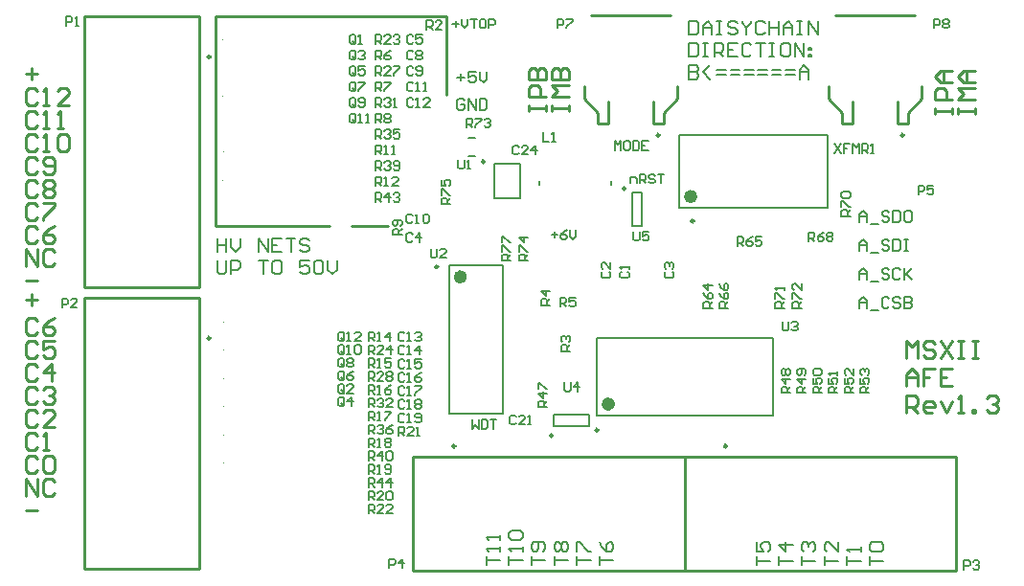
<source format=gto>
G04 Layer_Color=65535*
%FSTAX24Y24*%
%MOIN*%
G70*
G01*
G75*
%ADD40C,0.0080*%
%ADD41C,0.0100*%
%ADD48C,0.0098*%
%ADD49C,0.0039*%
%ADD50C,0.0102*%
%ADD51C,0.0236*%
%ADD52C,0.0079*%
%ADD53C,0.0059*%
D40*
X03438Y046295D02*
Y045816D01*
X03462D01*
X0347Y045896D01*
Y046216D01*
X03462Y046295D01*
X03438D01*
X03486Y045816D02*
Y046136D01*
X03502Y046295D01*
X03518Y046136D01*
Y045816D01*
Y046056D01*
X03486D01*
X03534Y046295D02*
X0355D01*
X03542D01*
Y045816D01*
X03534D01*
X0355D01*
X036059Y046216D02*
X035979Y046295D01*
X03582D01*
X03574Y046216D01*
Y046136D01*
X03582Y046056D01*
X035979D01*
X036059Y045976D01*
Y045896D01*
X035979Y045816D01*
X03582D01*
X03574Y045896D01*
X036219Y046295D02*
Y046216D01*
X036379Y046056D01*
X036539Y046216D01*
Y046295D01*
X036379Y046056D02*
Y045816D01*
X037019Y046216D02*
X036939Y046295D01*
X036779D01*
X036699Y046216D01*
Y045896D01*
X036779Y045816D01*
X036939D01*
X037019Y045896D01*
X037179Y046295D02*
Y045816D01*
Y046056D01*
X037499D01*
Y046295D01*
Y045816D01*
X037659D02*
Y046136D01*
X037819Y046295D01*
X037979Y046136D01*
Y045816D01*
Y046056D01*
X037659D01*
X038139Y046295D02*
X038299D01*
X038219D01*
Y045816D01*
X038139D01*
X038299D01*
X038539D02*
Y046295D01*
X038859Y045816D01*
Y046295D01*
X03438Y045528D02*
Y045048D01*
X03462D01*
X0347Y045128D01*
Y045448D01*
X03462Y045528D01*
X03438D01*
X03486D02*
X03502D01*
X03494D01*
Y045048D01*
X03486D01*
X03502D01*
X03526D02*
Y045528D01*
X0355D01*
X03558Y045448D01*
Y045288D01*
X0355Y045208D01*
X03526D01*
X03542D02*
X03558Y045048D01*
X036059Y045528D02*
X03574D01*
Y045048D01*
X036059D01*
X03574Y045288D02*
X0359D01*
X036539Y045448D02*
X036459Y045528D01*
X036299D01*
X036219Y045448D01*
Y045128D01*
X036299Y045048D01*
X036459D01*
X036539Y045128D01*
X036699Y045528D02*
X037019D01*
X036859D01*
Y045048D01*
X037179Y045528D02*
X037339D01*
X037259D01*
Y045048D01*
X037179D01*
X037339D01*
X037819Y045528D02*
X037659D01*
X037579Y045448D01*
Y045128D01*
X037659Y045048D01*
X037819D01*
X037899Y045128D01*
Y045448D01*
X037819Y045528D01*
X038059Y045048D02*
Y045528D01*
X038379Y045048D01*
Y045528D01*
X038539Y045368D02*
X038619D01*
Y045288D01*
X038539D01*
Y045368D01*
Y045128D02*
X038619D01*
Y045048D01*
X038539D01*
Y045128D01*
X03438Y04476D02*
Y04428D01*
X03462D01*
X0347Y04436D01*
Y04444D01*
X03462Y04452D01*
X03438D01*
X03462D01*
X0347Y0446D01*
Y04468D01*
X03462Y04476D01*
X03438D01*
X0351Y04428D02*
X03486Y04452D01*
X0351Y04476D01*
X03534Y04444D02*
X03566D01*
X03534Y0446D02*
X03566D01*
X03582Y04444D02*
X036139D01*
X03582Y0446D02*
X036139D01*
X036299Y04444D02*
X036619D01*
X036299Y0446D02*
X036619D01*
X036779Y04444D02*
X037099D01*
X036779Y0446D02*
X037099D01*
X037259Y04444D02*
X037579D01*
X037259Y0446D02*
X037579D01*
X037739Y04444D02*
X038059D01*
X037739Y0446D02*
X038059D01*
X038219Y04428D02*
Y0446D01*
X038379Y04476D01*
X038539Y0446D01*
Y04428D01*
Y04452D01*
X038219D01*
X017961Y038735D02*
Y038255D01*
Y038495D01*
X018281D01*
Y038735D01*
Y038255D01*
X018441Y038735D02*
Y038415D01*
X0186Y038255D01*
X01876Y038415D01*
Y038735D01*
X0194Y038255D02*
Y038735D01*
X01972Y038255D01*
Y038735D01*
X0202D02*
X01988D01*
Y038255D01*
X0202D01*
X01988Y038495D02*
X02004D01*
X02036Y038735D02*
X02068D01*
X02052D01*
Y038255D01*
X02116Y038655D02*
X02108Y038735D01*
X02092D01*
X02084Y038655D01*
Y038575D01*
X02092Y038495D01*
X02108D01*
X02116Y038415D01*
Y038335D01*
X02108Y038255D01*
X02092D01*
X02084Y038335D01*
X017961Y037967D02*
Y037567D01*
X018041Y037487D01*
X018201D01*
X018281Y037567D01*
Y037967D01*
X018441Y037487D02*
Y037967D01*
X01868D01*
X01876Y037887D01*
Y037727D01*
X01868Y037647D01*
X018441D01*
X0194Y037967D02*
X01972D01*
X01956D01*
Y037487D01*
X02012Y037967D02*
X01996D01*
X01988Y037887D01*
Y037567D01*
X01996Y037487D01*
X02012D01*
X0202Y037567D01*
Y037887D01*
X02012Y037967D01*
X02116D02*
X02084D01*
Y037727D01*
X021Y037807D01*
X02108D01*
X02116Y037727D01*
Y037567D01*
X02108Y037487D01*
X02092D01*
X02084Y037567D01*
X02132Y037887D02*
X0214Y037967D01*
X02156D01*
X021639Y037887D01*
Y037567D01*
X02156Y037487D01*
X0214D01*
X02132Y037567D01*
Y037887D01*
X021799Y037967D02*
Y037647D01*
X021959Y037487D01*
X022119Y037647D01*
Y037967D01*
X02732Y02736D02*
Y02768D01*
Y02752D01*
X0278D01*
Y02784D02*
Y028D01*
Y02792D01*
X02732D01*
X0274Y02784D01*
X0278Y02824D02*
Y0284D01*
Y02832D01*
X02732D01*
X0274Y02824D01*
X02811Y02736D02*
Y02768D01*
Y02752D01*
X02859D01*
Y02784D02*
Y028D01*
Y02792D01*
X02811D01*
X02819Y02784D01*
Y02824D02*
X02811Y02832D01*
Y02848D01*
X02819Y02856D01*
X02851D01*
X02859Y02848D01*
Y02832D01*
X02851Y02824D01*
X02819D01*
X0289Y02736D02*
Y02768D01*
Y02752D01*
X02938D01*
X0293Y02784D02*
X02938Y02792D01*
Y02808D01*
X0293Y02816D01*
X02898D01*
X0289Y02808D01*
Y02792D01*
X02898Y02784D01*
X02906D01*
X02914Y02792D01*
Y02816D01*
X02969Y02736D02*
Y02768D01*
Y02752D01*
X03017D01*
X02977Y02784D02*
X02969Y02792D01*
Y02808D01*
X02977Y02816D01*
X02985D01*
X02993Y02808D01*
X03001Y02816D01*
X03009D01*
X03017Y02808D01*
Y02792D01*
X03009Y02784D01*
X03001D01*
X02993Y02792D01*
X02985Y02784D01*
X02977D01*
X02993Y02792D02*
Y02808D01*
X03048Y02736D02*
Y02768D01*
Y02752D01*
X03096D01*
X03048Y02784D02*
Y02816D01*
X03056D01*
X03088Y02784D01*
X03096D01*
X03127Y02736D02*
Y02768D01*
Y02752D01*
X03175D01*
X03127Y02816D02*
X03135Y028D01*
X03151Y02784D01*
X03167D01*
X03175Y02792D01*
Y02808D01*
X03167Y02816D01*
X03159D01*
X03151Y02808D01*
Y02784D01*
X04067Y02735D02*
Y02767D01*
Y02751D01*
X04115D01*
X04075Y02783D02*
X04067Y02791D01*
Y02807D01*
X04075Y02815D01*
X04107D01*
X04115Y02807D01*
Y02791D01*
X04107Y02783D01*
X04075D01*
X03988Y02735D02*
Y02767D01*
Y02751D01*
X04036D01*
Y02783D02*
Y02799D01*
Y02791D01*
X03988D01*
X03996Y02783D01*
X03909Y02735D02*
Y02767D01*
Y02751D01*
X03957D01*
Y02815D02*
Y02783D01*
X03925Y02815D01*
X03917D01*
X03909Y02807D01*
Y02791D01*
X03917Y02783D01*
X0383Y02735D02*
Y02767D01*
Y02751D01*
X03878D01*
X03838Y02783D02*
X0383Y02791D01*
Y02807D01*
X03838Y02815D01*
X03846D01*
X03854Y02807D01*
Y02799D01*
Y02807D01*
X03862Y02815D01*
X0387D01*
X03878Y02807D01*
Y02791D01*
X0387Y02783D01*
X03751Y02735D02*
Y02767D01*
Y02751D01*
X03799D01*
Y02807D02*
X03751D01*
X03775Y02783D01*
Y02815D01*
X03672Y02735D02*
Y02767D01*
Y02751D01*
X0372D01*
X03672Y02815D02*
Y02783D01*
X03696D01*
X03688Y02799D01*
Y02807D01*
X03696Y02815D01*
X03712D01*
X0372Y02807D01*
Y02791D01*
X03712Y02783D01*
D41*
X025951Y043742D02*
Y046469D01*
X022644Y039157D02*
X023894D01*
X01789Y039156D02*
X021879D01*
X01789D02*
Y046469D01*
X025951D01*
X013346Y027227D02*
Y036675D01*
X017323D01*
Y027227D02*
Y036675D01*
X013346Y027227D02*
X017323D01*
X013346Y037018D02*
Y046467D01*
X017323D01*
Y037018D02*
Y046467D01*
X013346Y037018D02*
X017323D01*
X02478Y027167D02*
X034228D01*
X02478D02*
Y031144D01*
X034228D01*
Y027167D02*
Y031144D01*
Y027167D02*
X043677D01*
X034228D02*
Y031144D01*
X043677D01*
Y027167D02*
Y031144D01*
X03397Y043582D02*
Y044016D01*
X030742Y043582D02*
Y044016D01*
X030978Y046496D02*
X033734D01*
X033144Y042716D02*
Y043504D01*
Y042716D02*
X033498D01*
Y04311D01*
X03397Y043582D01*
X030742D02*
X031215Y04311D01*
Y042716D02*
Y04311D01*
Y042716D02*
X031569D01*
Y043504D01*
X04247Y043582D02*
Y044016D01*
X039242Y043582D02*
Y044016D01*
X039478Y046496D02*
X042234D01*
X041644Y042716D02*
Y043504D01*
Y042716D02*
X041998D01*
Y04311D01*
X04247Y043582D01*
X039242D02*
X039715Y04311D01*
Y042716D02*
Y04311D01*
Y042716D02*
X040069D01*
Y043504D01*
X04195Y03457D02*
Y035169D01*
X04215Y034969D01*
X04235Y035169D01*
Y03457D01*
X04295Y035069D02*
X04285Y035169D01*
X04265D01*
X04255Y035069D01*
Y034969D01*
X04265Y034869D01*
X04285D01*
X04295Y034769D01*
Y034669D01*
X04285Y03457D01*
X04265D01*
X04255Y034669D01*
X04315Y035169D02*
X043549Y03457D01*
Y035169D02*
X04315Y03457D01*
X043749Y035169D02*
X043949D01*
X043849D01*
Y03457D01*
X043749D01*
X043949D01*
X044249Y035169D02*
X044449D01*
X044349D01*
Y03457D01*
X044249D01*
X044449D01*
X04195Y03361D02*
Y03401D01*
X04215Y03421D01*
X04235Y03401D01*
Y03361D01*
Y03391D01*
X04195D01*
X04295Y03421D02*
X04255D01*
Y03391D01*
X04275D01*
X04255D01*
Y03361D01*
X043549Y03421D02*
X04315D01*
Y03361D01*
X043549D01*
X04315Y03391D02*
X04335D01*
X04195Y03265D02*
Y03325D01*
X04225D01*
X04235Y03315D01*
Y03295D01*
X04225Y03285D01*
X04195D01*
X04215D02*
X04235Y03265D01*
X04285D02*
X04265D01*
X04255Y03275D01*
Y03295D01*
X04265Y03305D01*
X04285D01*
X04295Y03295D01*
Y03285D01*
X04255D01*
X04315Y03305D02*
X04335Y03265D01*
X043549Y03305D01*
X043749Y03265D02*
X043949D01*
X043849D01*
Y03325D01*
X043749Y03315D01*
X044249Y03265D02*
Y03275D01*
X044349D01*
Y03265D01*
X044249D01*
X044749Y03315D02*
X044849Y03325D01*
X045049D01*
X045149Y03315D01*
Y03305D01*
X045049Y03295D01*
X044949D01*
X045049D01*
X045149Y03285D01*
Y03275D01*
X045049Y03265D01*
X044849D01*
X044749Y03275D01*
X0113Y04445D02*
X0117D01*
X0115Y04465D02*
Y04425D01*
X0113Y03725D02*
X0117D01*
X0113Y03775D02*
Y03835D01*
X0117Y03775D01*
Y03835D01*
X0123Y03825D02*
X0122Y03835D01*
X012D01*
X0119Y03825D01*
Y03785D01*
X012Y03775D01*
X0122D01*
X0123Y03785D01*
X0113Y02925D02*
X0117D01*
X0113Y0366D02*
X0117D01*
X0115Y0368D02*
Y0364D01*
X0113Y02975D02*
Y03035D01*
X0117Y02975D01*
Y03035D01*
X0123Y03025D02*
X0122Y03035D01*
X012D01*
X0119Y03025D01*
Y02985D01*
X012Y02975D01*
X0122D01*
X0123Y02985D01*
X04295Y04305D02*
Y04325D01*
Y04315D01*
X04355D01*
Y04305D01*
Y04325D01*
Y04355D02*
X04295D01*
Y04385D01*
X04305Y04395D01*
X04325D01*
X04335Y04385D01*
Y04355D01*
X04355Y04415D02*
X04315D01*
X04295Y04435D01*
X04315Y04455D01*
X04355D01*
X04325D01*
Y04415D01*
X04375Y04305D02*
Y04325D01*
Y04315D01*
X04435D01*
Y04305D01*
Y04325D01*
Y04355D02*
X04375D01*
X04395Y04375D01*
X04375Y04395D01*
X04435D01*
Y04415D02*
X04395D01*
X04375Y04435D01*
X04395Y04455D01*
X04435D01*
X04405D01*
Y04415D01*
X0288Y04315D02*
Y04335D01*
Y04325D01*
X0294D01*
Y04315D01*
Y04335D01*
Y04365D02*
X0288D01*
Y04395D01*
X0289Y04405D01*
X0291D01*
X0292Y04395D01*
Y04365D01*
X0288Y04425D02*
X0294D01*
Y04455D01*
X0293Y04465D01*
X0292D01*
X0291Y04455D01*
Y04425D01*
Y04455D01*
X029Y04465D01*
X0289D01*
X0288Y04455D01*
Y04425D01*
X0296Y04315D02*
Y04335D01*
Y04325D01*
X0302D01*
Y04315D01*
Y04335D01*
Y04365D02*
X0296D01*
X0298Y04385D01*
X0296Y04405D01*
X0302D01*
X0296Y04425D02*
X0302D01*
Y04455D01*
X0301Y04465D01*
X03D01*
X0299Y04455D01*
Y04425D01*
Y04455D01*
X0298Y04465D01*
X0297D01*
X0296Y04455D01*
Y04425D01*
X0117Y03585D02*
X0116Y03595D01*
X0114D01*
X0113Y03585D01*
Y03545D01*
X0114Y03535D01*
X0116D01*
X0117Y03545D01*
X0123Y03595D02*
X0121Y03585D01*
X0119Y03565D01*
Y03545D01*
X012Y03535D01*
X0122D01*
X0123Y03545D01*
Y03555D01*
X0122Y03565D01*
X0119D01*
X0117Y03505D02*
X0116Y03515D01*
X0114D01*
X0113Y03505D01*
Y03465D01*
X0114Y03455D01*
X0116D01*
X0117Y03465D01*
X0123Y03515D02*
X0119D01*
Y03485D01*
X0121Y03495D01*
X0122D01*
X0123Y03485D01*
Y03465D01*
X0122Y03455D01*
X012D01*
X0119Y03465D01*
X0117Y03425D02*
X0116Y03435D01*
X0114D01*
X0113Y03425D01*
Y03385D01*
X0114Y03375D01*
X0116D01*
X0117Y03385D01*
X0122Y03375D02*
Y03435D01*
X0119Y03405D01*
X0123D01*
X0117Y03345D02*
X0116Y03355D01*
X0114D01*
X0113Y03345D01*
Y03305D01*
X0114Y03295D01*
X0116D01*
X0117Y03305D01*
X0119Y03345D02*
X012Y03355D01*
X0122D01*
X0123Y03345D01*
Y03335D01*
X0122Y03325D01*
X0121D01*
X0122D01*
X0123Y03315D01*
Y03305D01*
X0122Y03295D01*
X012D01*
X0119Y03305D01*
X0117Y03265D02*
X0116Y03275D01*
X0114D01*
X0113Y03265D01*
Y03225D01*
X0114Y03215D01*
X0116D01*
X0117Y03225D01*
X0123Y03215D02*
X0119D01*
X0123Y03255D01*
Y03265D01*
X0122Y03275D01*
X012D01*
X0119Y03265D01*
X0117Y03185D02*
X0116Y03195D01*
X0114D01*
X0113Y03185D01*
Y03145D01*
X0114Y03135D01*
X0116D01*
X0117Y03145D01*
X0119Y03135D02*
X0121D01*
X012D01*
Y03195D01*
X0119Y03185D01*
X0117Y03105D02*
X0116Y03115D01*
X0114D01*
X0113Y03105D01*
Y03065D01*
X0114Y03055D01*
X0116D01*
X0117Y03065D01*
X0119Y03105D02*
X012Y03115D01*
X0122D01*
X0123Y03105D01*
Y03065D01*
X0122Y03055D01*
X012D01*
X0119Y03065D01*
Y03105D01*
X0117Y03905D02*
X0116Y03915D01*
X0114D01*
X0113Y03905D01*
Y03865D01*
X0114Y03855D01*
X0116D01*
X0117Y03865D01*
X0123Y03915D02*
X0121Y03905D01*
X0119Y03885D01*
Y03865D01*
X012Y03855D01*
X0122D01*
X0123Y03865D01*
Y03875D01*
X0122Y03885D01*
X0119D01*
X0117Y03985D02*
X0116Y03995D01*
X0114D01*
X0113Y03985D01*
Y03945D01*
X0114Y03935D01*
X0116D01*
X0117Y03945D01*
X0119Y03995D02*
X0123D01*
Y03985D01*
X0119Y03945D01*
Y03935D01*
X0117Y04065D02*
X0116Y04075D01*
X0114D01*
X0113Y04065D01*
Y04025D01*
X0114Y04015D01*
X0116D01*
X0117Y04025D01*
X0119Y04065D02*
X012Y04075D01*
X0122D01*
X0123Y04065D01*
Y04055D01*
X0122Y04045D01*
X0123Y04035D01*
Y04025D01*
X0122Y04015D01*
X012D01*
X0119Y04025D01*
Y04035D01*
X012Y04045D01*
X0119Y04055D01*
Y04065D01*
X012Y04045D02*
X0122D01*
X0117Y04145D02*
X0116Y04155D01*
X0114D01*
X0113Y04145D01*
Y04105D01*
X0114Y04095D01*
X0116D01*
X0117Y04105D01*
X0119D02*
X012Y04095D01*
X0122D01*
X0123Y04105D01*
Y04145D01*
X0122Y04155D01*
X012D01*
X0119Y04145D01*
Y04135D01*
X012Y04125D01*
X0123D01*
X0117Y04225D02*
X0116Y04235D01*
X0114D01*
X0113Y04225D01*
Y04185D01*
X0114Y04175D01*
X0116D01*
X0117Y04185D01*
X0119Y04175D02*
X0121D01*
X012D01*
Y04235D01*
X0119Y04225D01*
X0124D02*
X0125Y04235D01*
X0127D01*
X0128Y04225D01*
Y04185D01*
X0127Y04175D01*
X0125D01*
X0124Y04185D01*
Y04225D01*
X0117Y04305D02*
X0116Y04315D01*
X0114D01*
X0113Y04305D01*
Y04265D01*
X0114Y04255D01*
X0116D01*
X0117Y04265D01*
X0119Y04255D02*
X0121D01*
X012D01*
Y04315D01*
X0119Y04305D01*
X0124Y04255D02*
X0126D01*
X0125D01*
Y04315D01*
X0124Y04305D01*
X0117Y04385D02*
X0116Y04395D01*
X0114D01*
X0113Y04385D01*
Y04345D01*
X0114Y04335D01*
X0116D01*
X0117Y04345D01*
X0119Y04335D02*
X0121D01*
X012D01*
Y04395D01*
X0119Y04385D01*
X0128Y04335D02*
X0124D01*
X0128Y04375D01*
Y04385D01*
X0127Y04395D01*
X0125D01*
X0124Y04385D01*
D48*
X032165Y040466D02*
G03*
X032165Y040466I-000049J0D01*
G01*
X027257Y041405D02*
G03*
X027257Y041405I-000049J0D01*
G01*
X02564Y037746D02*
G03*
X02564Y037746I-000049J0D01*
G01*
X029634Y031869D02*
G03*
X029634Y031869I-000049J0D01*
G01*
X031218Y03206D02*
G03*
X031218Y03206I-000049J0D01*
G01*
X034552Y039334D02*
G03*
X034552Y039334I-000049J0D01*
G01*
D49*
X018194Y030927D02*
G03*
X018194Y030927I-00002J0D01*
G01*
Y031893D02*
G03*
X018194Y031893I-00002J0D01*
G01*
Y032876D02*
G03*
X018194Y032876I-00002J0D01*
G01*
Y03386D02*
G03*
X018194Y03386I-00002J0D01*
G01*
Y035827D02*
G03*
X018194Y035827I-00002J0D01*
G01*
Y034843D02*
G03*
X018194Y034843I-00002J0D01*
G01*
X018169Y04566D02*
G03*
X018169Y04566I-00002J0D01*
G01*
Y044672D02*
G03*
X018169Y044672I-00002J0D01*
G01*
Y043685D02*
G03*
X018169Y043685I-00002J0D01*
G01*
X018169Y042736D02*
G03*
X018169Y042736I-00002J0D01*
G01*
Y041748D02*
G03*
X018169Y041748I-00002J0D01*
G01*
Y040761D02*
G03*
X018169Y040761I-00002J0D01*
G01*
D50*
X017728Y035258D02*
G03*
X017728Y035258I-000051J0D01*
G01*
Y045049D02*
G03*
X017728Y045049I-000051J0D01*
G01*
X026248Y031498D02*
G03*
X026248Y031498I-000051J0D01*
G01*
X035697D02*
G03*
X035697Y031498I-000051J0D01*
G01*
X033352Y042323D02*
G03*
X033352Y042323I-000051J0D01*
G01*
X041852D02*
G03*
X041852Y042323I-000051J0D01*
G01*
D51*
X026535Y037392D02*
G03*
X026535Y037392I-000118J0D01*
G01*
X031685Y032965D02*
G03*
X031685Y032965I-000118J0D01*
G01*
X034552Y040191D02*
G03*
X034552Y040191I-000118J0D01*
G01*
D52*
X032411Y040347D02*
X032726D01*
X032411Y039166D02*
X032726D01*
X032411D02*
Y040347D01*
X032726Y039166D02*
Y040347D01*
X027597Y04014D02*
Y04134D01*
X028503Y04014D02*
Y04134D01*
X027597D02*
X028503D01*
X027597Y04014D02*
X028503D01*
X026024Y032628D02*
X027913D01*
X026024Y037786D02*
X027913D01*
Y032628D02*
Y037786D01*
X026024Y032628D02*
Y037786D01*
X0267Y042242D02*
X026937D01*
X0267Y041612D02*
X026937D01*
X031659Y040598D02*
Y040716D01*
X029178Y040598D02*
Y040716D01*
X029683Y032607D02*
X030904D01*
X029683Y032213D02*
X030904D01*
Y032607D01*
X029683Y032213D02*
Y032607D01*
X037315Y032571D02*
Y035249D01*
X031173Y032571D02*
Y035249D01*
X037315D01*
X031173Y032571D02*
X037315D01*
X039197Y039797D02*
Y042317D01*
X03404Y039797D02*
Y042317D01*
X039197D01*
X03404Y039797D02*
X039197D01*
D53*
X026562Y043528D02*
X026497Y043594D01*
X026366D01*
X0263Y043528D01*
Y043266D01*
X026366Y0432D01*
X026497D01*
X026562Y043266D01*
Y043397D01*
X026431D01*
X026694Y0432D02*
Y043594D01*
X026956Y0432D01*
Y043594D01*
X027087D02*
Y0432D01*
X027284D01*
X02735Y043266D01*
Y043528D01*
X027284Y043594D01*
X027087D01*
X0263Y044347D02*
X026562D01*
X026431Y044478D02*
Y044216D01*
X026956Y044544D02*
X026694D01*
Y044347D01*
X026825Y044412D01*
X02689D01*
X026956Y044347D01*
Y044216D01*
X02689Y04415D01*
X026759D01*
X026694Y044216D01*
X027087Y044544D02*
Y044281D01*
X027218Y04415D01*
X02735Y044281D01*
Y044544D01*
X0296Y038857D02*
X02981D01*
X029705Y038962D02*
Y038752D01*
X030125Y039015D02*
X03002Y038962D01*
X029915Y038857D01*
Y038752D01*
X029967Y0387D01*
X030072D01*
X030125Y038752D01*
Y038805D01*
X030072Y038857D01*
X029915D01*
X03023Y039015D02*
Y038805D01*
X030335Y0387D01*
X03044Y038805D01*
Y039015D01*
X02615Y046207D02*
X02636D01*
X026255Y046312D02*
Y046102D01*
X026465Y046365D02*
Y046155D01*
X02657Y04605D01*
X026675Y046155D01*
Y046365D01*
X02678D02*
X02699D01*
X026885D01*
Y04605D01*
X027252Y046365D02*
X027147D01*
X027095Y046312D01*
Y046102D01*
X027147Y04605D01*
X027252D01*
X027304Y046102D01*
Y046312D01*
X027252Y046365D01*
X027409Y04605D02*
Y046365D01*
X027567D01*
X027619Y046312D01*
Y046207D01*
X027567Y046155D01*
X027409D01*
X042354Y040258D02*
Y040573D01*
X042512D01*
X042564Y040521D01*
Y040416D01*
X042512Y040363D01*
X042354D01*
X042879Y040573D02*
X042669D01*
Y040416D01*
X042774Y040468D01*
X042827D01*
X042879Y040416D01*
Y040311D01*
X042827Y040258D01*
X042722D01*
X042669Y040311D01*
X032031Y03757D02*
X031979Y037517D01*
Y037412D01*
X032031Y03736D01*
X032241D01*
X032294Y037412D01*
Y037517D01*
X032241Y03757D01*
X032294Y037675D02*
Y03778D01*
Y037727D01*
X031979D01*
X032031Y037675D01*
X031381Y03757D02*
X031329Y037517D01*
Y037412D01*
X031381Y03736D01*
X031591D01*
X031644Y037412D01*
Y037517D01*
X031591Y03757D01*
X031644Y037885D02*
Y037675D01*
X031434Y037885D01*
X031381D01*
X031329Y037832D01*
Y037727D01*
X031381Y037675D01*
X033581Y03757D02*
X033529Y037517D01*
Y037412D01*
X033581Y03736D01*
X033791D01*
X033844Y037412D01*
Y037517D01*
X033791Y03757D01*
X033581Y037675D02*
X033529Y037727D01*
Y037832D01*
X033581Y037885D01*
X033634D01*
X033686Y037832D01*
Y03778D01*
Y037832D01*
X033739Y037885D01*
X033791D01*
X033844Y037832D01*
Y037727D01*
X033791Y037675D01*
X024753Y038877D02*
X024701Y038929D01*
X024596D01*
X024543Y038877D01*
Y038667D01*
X024596Y038614D01*
X024701D01*
X024753Y038667D01*
X025016Y038614D02*
Y038929D01*
X024858Y038772D01*
X025068D01*
X024778Y045769D02*
X024726Y045822D01*
X024621D01*
X024569Y045769D01*
Y045559D01*
X024621Y045507D01*
X024726D01*
X024778Y045559D01*
X025093Y045822D02*
X024883D01*
Y045664D01*
X024988Y045717D01*
X025041D01*
X025093Y045664D01*
Y045559D01*
X025041Y045507D01*
X024936D01*
X024883Y045559D01*
X024778Y045219D02*
X024726Y045272D01*
X024621D01*
X024569Y045219D01*
Y045009D01*
X024621Y044957D01*
X024726D01*
X024778Y045009D01*
X024883Y045219D02*
X024936Y045272D01*
X025041D01*
X025093Y045219D01*
Y045167D01*
X025041Y045114D01*
X025093Y045062D01*
Y045009D01*
X025041Y044957D01*
X024936D01*
X024883Y045009D01*
Y045062D01*
X024936Y045114D01*
X024883Y045167D01*
Y045219D01*
X024936Y045114D02*
X025041D01*
X024778Y044669D02*
X024726Y044722D01*
X024621D01*
X024569Y044669D01*
Y044459D01*
X024621Y044407D01*
X024726D01*
X024778Y044459D01*
X024883D02*
X024936Y044407D01*
X025041D01*
X025093Y044459D01*
Y044669D01*
X025041Y044722D01*
X024936D01*
X024883Y044669D01*
Y044617D01*
X024936Y044564D01*
X025093D01*
X024753Y039526D02*
X024701Y039579D01*
X024596D01*
X024543Y039526D01*
Y039316D01*
X024596Y039264D01*
X024701D01*
X024753Y039316D01*
X024858Y039264D02*
X024963D01*
X024911D01*
Y039579D01*
X024858Y039526D01*
X025121D02*
X025173Y039579D01*
X025278D01*
X02533Y039526D01*
Y039316D01*
X025278Y039264D01*
X025173D01*
X025121Y039316D01*
Y039526D01*
X024778Y044119D02*
X024726Y044172D01*
X024621D01*
X024569Y044119D01*
Y043909D01*
X024621Y043857D01*
X024726D01*
X024778Y043909D01*
X024883Y043857D02*
X024988D01*
X024936D01*
Y044172D01*
X024883Y044119D01*
X025146Y043857D02*
X025251D01*
X025198D01*
Y044172D01*
X025146Y044119D01*
X024778Y043569D02*
X024726Y043622D01*
X024621D01*
X024569Y043569D01*
Y043359D01*
X024621Y043307D01*
X024726D01*
X024778Y043359D01*
X024883Y043307D02*
X024988D01*
X024936D01*
Y043622D01*
X024883Y043569D01*
X025356Y043307D02*
X025146D01*
X025356Y043517D01*
Y043569D01*
X025303Y043622D01*
X025198D01*
X025146Y043569D01*
X024478Y035419D02*
X024426Y035472D01*
X024321D01*
X024269Y035419D01*
Y035209D01*
X024321Y035157D01*
X024426D01*
X024478Y035209D01*
X024583Y035157D02*
X024688D01*
X024636D01*
Y035472D01*
X024583Y035419D01*
X024846D02*
X024898Y035472D01*
X025003D01*
X025056Y035419D01*
Y035367D01*
X025003Y035314D01*
X024951D01*
X025003D01*
X025056Y035262D01*
Y035209D01*
X025003Y035157D01*
X024898D01*
X024846Y035209D01*
X024478Y034948D02*
X024426Y035D01*
X024321D01*
X024269Y034948D01*
Y034738D01*
X024321Y034685D01*
X024426D01*
X024478Y034738D01*
X024583Y034685D02*
X024688D01*
X024636D01*
Y035D01*
X024583Y034948D01*
X025003Y034685D02*
Y035D01*
X024846Y034843D01*
X025056D01*
X024478Y034476D02*
X024426Y034529D01*
X024321D01*
X024269Y034476D01*
Y034266D01*
X024321Y034214D01*
X024426D01*
X024478Y034266D01*
X024583Y034214D02*
X024688D01*
X024636D01*
Y034529D01*
X024583Y034476D01*
X025056Y034529D02*
X024846D01*
Y034371D01*
X024951Y034424D01*
X025003D01*
X025056Y034371D01*
Y034266D01*
X025003Y034214D01*
X024898D01*
X024846Y034266D01*
X024478Y034005D02*
X024426Y034057D01*
X024321D01*
X024269Y034005D01*
Y033795D01*
X024321Y033743D01*
X024426D01*
X024478Y033795D01*
X024583Y033743D02*
X024688D01*
X024636D01*
Y034057D01*
X024583Y034005D01*
X025056Y034057D02*
X024951Y034005D01*
X024846Y0339D01*
Y033795D01*
X024898Y033743D01*
X025003D01*
X025056Y033795D01*
Y033848D01*
X025003Y0339D01*
X024846D01*
X024478Y033534D02*
X024426Y033586D01*
X024321D01*
X024269Y033534D01*
Y033324D01*
X024321Y033271D01*
X024426D01*
X024478Y033324D01*
X024583Y033271D02*
X024688D01*
X024636D01*
Y033586D01*
X024583Y033534D01*
X024846Y033586D02*
X025056D01*
Y033534D01*
X024846Y033324D01*
Y033271D01*
X024478Y033062D02*
X024426Y033115D01*
X024321D01*
X024269Y033062D01*
Y032852D01*
X024321Y0328D01*
X024426D01*
X024478Y032852D01*
X024583Y0328D02*
X024688D01*
X024636D01*
Y033115D01*
X024583Y033062D01*
X024846D02*
X024898Y033115D01*
X025003D01*
X025056Y033062D01*
Y03301D01*
X025003Y032957D01*
X025056Y032905D01*
Y032852D01*
X025003Y0328D01*
X024898D01*
X024846Y032852D01*
Y032905D01*
X024898Y032957D01*
X024846Y03301D01*
Y033062D01*
X024898Y032957D02*
X025003D01*
X024478Y032591D02*
X024426Y032643D01*
X024321D01*
X024269Y032591D01*
Y032381D01*
X024321Y032328D01*
X024426D01*
X024478Y032381D01*
X024583Y032328D02*
X024688D01*
X024636D01*
Y032643D01*
X024583Y032591D01*
X024846Y032381D02*
X024898Y032328D01*
X025003D01*
X025056Y032381D01*
Y032591D01*
X025003Y032643D01*
X024898D01*
X024846Y032591D01*
Y032538D01*
X024898Y032486D01*
X025056D01*
X028354Y032522D02*
X028301Y032575D01*
X028196D01*
X028144Y032522D01*
Y032312D01*
X028196Y03226D01*
X028301D01*
X028354Y032312D01*
X028668Y03226D02*
X028459D01*
X028668Y03247D01*
Y032522D01*
X028616Y032575D01*
X028511D01*
X028459Y032522D01*
X028773Y03226D02*
X028878D01*
X028826D01*
Y032575D01*
X028773Y032522D01*
X02846Y041912D02*
X028407Y041965D01*
X028302D01*
X02825Y041912D01*
Y041702D01*
X028302Y04165D01*
X028407D01*
X02846Y041702D01*
X028775Y04165D02*
X028565D01*
X028775Y04186D01*
Y041912D01*
X028722Y041965D01*
X028617D01*
X028565Y041912D01*
X029037Y04165D02*
Y041965D01*
X02888Y041807D01*
X02909D01*
X0293Y042415D02*
Y0421D01*
X02951D01*
X029615D02*
X02972D01*
X029667D01*
Y042415D01*
X029615Y042362D01*
X012559Y036321D02*
Y036636D01*
X012716D01*
X012769Y036583D01*
Y036478D01*
X012716Y036426D01*
X012559D01*
X013084Y036321D02*
X012874D01*
X013084Y036531D01*
Y036583D01*
X013031Y036636D01*
X012926D01*
X012874Y036583D01*
X04395Y02721D02*
Y027525D01*
X044107D01*
X04416Y027472D01*
Y027367D01*
X044107Y027315D01*
X04395D01*
X044265Y027472D02*
X044317Y027525D01*
X044422D01*
X044475Y027472D01*
Y02742D01*
X044422Y027367D01*
X04437D01*
X044422D01*
X044475Y027315D01*
Y027262D01*
X044422Y02721D01*
X044317D01*
X044265Y027262D01*
X023944Y02726D02*
Y027575D01*
X024101D01*
X024154Y027522D01*
Y027417D01*
X024101Y027365D01*
X023944D01*
X024416Y02726D02*
Y027575D01*
X024259Y027417D01*
X024468D01*
X0298Y04605D02*
Y046365D01*
X029957D01*
X03001Y046312D01*
Y046207D01*
X029957Y046155D01*
X0298D01*
X030115Y046365D02*
X030325D01*
Y046312D01*
X030115Y046102D01*
Y04605D01*
X0429D02*
Y046365D01*
X043057D01*
X04311Y046312D01*
Y046207D01*
X043057Y046155D01*
X0429D01*
X043215Y046312D02*
X043267Y046365D01*
X043372D01*
X043425Y046312D01*
Y04626D01*
X043372Y046207D01*
X043425Y046155D01*
Y046102D01*
X043372Y04605D01*
X043267D01*
X043215Y046102D01*
Y046155D01*
X043267Y046207D01*
X043215Y04626D01*
Y046312D01*
X043267Y046207D02*
X043372D01*
X022778Y045559D02*
Y045769D01*
X022726Y045822D01*
X022621D01*
X022569Y045769D01*
Y045559D01*
X022621Y045507D01*
X022726D01*
X022673Y045612D02*
X022778Y045507D01*
X022726D02*
X022778Y045559D01*
X022883Y045507D02*
X022988D01*
X022936D01*
Y045822D01*
X022883Y045769D01*
X022378Y033397D02*
Y033607D01*
X022326Y03366D01*
X022221D01*
X022169Y033607D01*
Y033397D01*
X022221Y033345D01*
X022326D01*
X022273Y03345D02*
X022378Y033345D01*
X022326D02*
X022378Y033397D01*
X022693Y033345D02*
X022483D01*
X022693Y033555D01*
Y033607D01*
X022641Y03366D01*
X022536D01*
X022483Y033607D01*
X022778Y045009D02*
Y045219D01*
X022726Y045272D01*
X022621D01*
X022569Y045219D01*
Y045009D01*
X022621Y044957D01*
X022726D01*
X022673Y045062D02*
X022778Y044957D01*
X022726D02*
X022778Y045009D01*
X022883Y045219D02*
X022936Y045272D01*
X023041D01*
X023093Y045219D01*
Y045167D01*
X023041Y045114D01*
X022988D01*
X023041D01*
X023093Y045062D01*
Y045009D01*
X023041Y044957D01*
X022936D01*
X022883Y045009D01*
X022378Y032944D02*
Y033154D01*
X022326Y033207D01*
X022221D01*
X022169Y033154D01*
Y032944D01*
X022221Y032892D01*
X022326D01*
X022273Y032997D02*
X022378Y032892D01*
X022326D02*
X022378Y032944D01*
X022641Y032892D02*
Y033207D01*
X022483Y033049D01*
X022693D01*
X022778Y044459D02*
Y044669D01*
X022726Y044722D01*
X022621D01*
X022569Y044669D01*
Y044459D01*
X022621Y044407D01*
X022726D01*
X022673Y044512D02*
X022778Y044407D01*
X022726D02*
X022778Y044459D01*
X023093Y044722D02*
X022883D01*
Y044564D01*
X022988Y044617D01*
X023041D01*
X023093Y044564D01*
Y044459D01*
X023041Y044407D01*
X022936D01*
X022883Y044459D01*
X022378Y03385D02*
Y03406D01*
X022326Y034113D01*
X022221D01*
X022169Y03406D01*
Y03385D01*
X022221Y033798D01*
X022326D01*
X022273Y033903D02*
X022378Y033798D01*
X022326D02*
X022378Y03385D01*
X022693Y034113D02*
X022588Y03406D01*
X022483Y033955D01*
Y03385D01*
X022536Y033798D01*
X022641D01*
X022693Y03385D01*
Y033903D01*
X022641Y033955D01*
X022483D01*
X022778Y043909D02*
Y044119D01*
X022726Y044172D01*
X022621D01*
X022569Y044119D01*
Y043909D01*
X022621Y043857D01*
X022726D01*
X022673Y043962D02*
X022778Y043857D01*
X022726D02*
X022778Y043909D01*
X022883Y044172D02*
X023093D01*
Y044119D01*
X022883Y043909D01*
Y043857D01*
X022378Y034303D02*
Y034513D01*
X022326Y034566D01*
X022221D01*
X022169Y034513D01*
Y034303D01*
X022221Y034251D01*
X022326D01*
X022273Y034356D02*
X022378Y034251D01*
X022326D02*
X022378Y034303D01*
X022483Y034513D02*
X022536Y034566D01*
X022641D01*
X022693Y034513D01*
Y034461D01*
X022641Y034408D01*
X022693Y034356D01*
Y034303D01*
X022641Y034251D01*
X022536D01*
X022483Y034303D01*
Y034356D01*
X022536Y034408D01*
X022483Y034461D01*
Y034513D01*
X022536Y034408D02*
X022641D01*
X022778Y043359D02*
Y043569D01*
X022726Y043622D01*
X022621D01*
X022569Y043569D01*
Y043359D01*
X022621Y043307D01*
X022726D01*
X022673Y043412D02*
X022778Y043307D01*
X022726D02*
X022778Y043359D01*
X022883D02*
X022936Y043307D01*
X023041D01*
X023093Y043359D01*
Y043569D01*
X023041Y043622D01*
X022936D01*
X022883Y043569D01*
Y043517D01*
X022936Y043464D01*
X023093D01*
X022378Y034756D02*
Y034966D01*
X022326Y035019D01*
X022221D01*
X022169Y034966D01*
Y034756D01*
X022221Y034704D01*
X022326D01*
X022273Y034809D02*
X022378Y034704D01*
X022326D02*
X022378Y034756D01*
X022483Y034704D02*
X022588D01*
X022536D01*
Y035019D01*
X022483Y034966D01*
X022746D02*
X022798Y035019D01*
X022903D01*
X022956Y034966D01*
Y034756D01*
X022903Y034704D01*
X022798D01*
X022746Y034756D01*
Y034966D01*
X022778Y042809D02*
Y043019D01*
X022726Y043072D01*
X022621D01*
X022569Y043019D01*
Y042809D01*
X022621Y042757D01*
X022726D01*
X022673Y042862D02*
X022778Y042757D01*
X022726D02*
X022778Y042809D01*
X022883Y042757D02*
X022988D01*
X022936D01*
Y043072D01*
X022883Y043019D01*
X023146Y042757D02*
X023251D01*
X023198D01*
Y043072D01*
X023146Y043019D01*
X022378Y035209D02*
Y035419D01*
X022326Y035472D01*
X022221D01*
X022169Y035419D01*
Y035209D01*
X022221Y035157D01*
X022326D01*
X022273Y035262D02*
X022378Y035157D01*
X022326D02*
X022378Y035209D01*
X022483Y035157D02*
X022588D01*
X022536D01*
Y035472D01*
X022483Y035419D01*
X022956Y035157D02*
X022746D01*
X022956Y035367D01*
Y035419D01*
X022903Y035472D01*
X022798D01*
X022746Y035419D01*
X025242Y046006D02*
Y046321D01*
X0254D01*
X025452Y046268D01*
Y046163D01*
X0254Y046111D01*
X025242D01*
X025347D02*
X025452Y046006D01*
X025767D02*
X025557D01*
X025767Y046216D01*
Y046268D01*
X025714Y046321D01*
X025609D01*
X025557Y046268D01*
X030244Y03481D02*
X029929D01*
Y034967D01*
X029981Y03502D01*
X030086D01*
X030139Y034967D01*
Y03481D01*
Y034915D02*
X030244Y03502D01*
X029981Y035125D02*
X029929Y035177D01*
Y035282D01*
X029981Y035335D01*
X030034D01*
X030086Y035282D01*
Y03523D01*
Y035282D01*
X030139Y035335D01*
X030191D01*
X030244Y035282D01*
Y035177D01*
X030191Y035125D01*
X029544Y03641D02*
X029229D01*
Y036567D01*
X029281Y03662D01*
X029386D01*
X029439Y036567D01*
Y03641D01*
Y036515D02*
X029544Y03662D01*
Y036882D02*
X029229D01*
X029386Y036725D01*
Y036935D01*
X029894Y03636D02*
Y036675D01*
X030051D01*
X030104Y036622D01*
Y036517D01*
X030051Y036465D01*
X029894D01*
X029999D02*
X030104Y03636D01*
X030418Y036675D02*
X030209D01*
Y036517D01*
X030314Y03657D01*
X030366D01*
X030418Y036517D01*
Y036412D01*
X030366Y03636D01*
X030261D01*
X030209Y036412D01*
X023468Y044957D02*
Y045272D01*
X023626D01*
X023678Y045219D01*
Y045114D01*
X023626Y045062D01*
X023468D01*
X023573D02*
X023678Y044957D01*
X023993Y045272D02*
X023888Y045219D01*
X023783Y045114D01*
Y045009D01*
X023836Y044957D01*
X023941D01*
X023993Y045009D01*
Y045062D01*
X023941Y045114D01*
X023783D01*
X023468Y043857D02*
Y044172D01*
X023626D01*
X023678Y044119D01*
Y044014D01*
X023626Y043962D01*
X023468D01*
X023573D02*
X023678Y043857D01*
X023783Y044172D02*
X023993D01*
Y044119D01*
X023783Y043909D01*
Y043857D01*
X023468Y042757D02*
Y043072D01*
X023626D01*
X023678Y043019D01*
Y042914D01*
X023626Y042862D01*
X023468D01*
X023573D02*
X023678Y042757D01*
X023783Y043019D02*
X023836Y043072D01*
X023941D01*
X023993Y043019D01*
Y042967D01*
X023941Y042914D01*
X023993Y042862D01*
Y042809D01*
X023941Y042757D01*
X023836D01*
X023783Y042809D01*
Y042862D01*
X023836Y042914D01*
X023783Y042967D01*
Y043019D01*
X023836Y042914D02*
X023941D01*
X024386Y038851D02*
X024071D01*
Y039008D01*
X024123Y03906D01*
X024228D01*
X024281Y039008D01*
Y038851D01*
Y038956D02*
X024386Y03906D01*
X024333Y039165D02*
X024386Y039218D01*
Y039323D01*
X024333Y039375D01*
X024123D01*
X024071Y039323D01*
Y039218D01*
X024123Y039165D01*
X024176D01*
X024228Y039218D01*
Y039375D01*
X023468Y041657D02*
Y041972D01*
X023626D01*
X023678Y041919D01*
Y041814D01*
X023626Y041762D01*
X023468D01*
X023573D02*
X023678Y041657D01*
X023783D02*
X023888D01*
X023836D01*
Y041972D01*
X023783Y041919D01*
X024046Y041657D02*
X024151D01*
X024098D01*
Y041972D01*
X024046Y041919D01*
X023468Y040557D02*
Y040872D01*
X023626D01*
X023678Y040819D01*
Y040714D01*
X023626Y040662D01*
X023468D01*
X023573D02*
X023678Y040557D01*
X023783D02*
X023888D01*
X023836D01*
Y040872D01*
X023783Y040819D01*
X024256Y040557D02*
X024046D01*
X024256Y040767D01*
Y040819D01*
X024203Y040872D01*
X024098D01*
X024046Y040819D01*
X023219Y035157D02*
Y035472D01*
X023376D01*
X023428Y035419D01*
Y035314D01*
X023376Y035262D01*
X023219D01*
X023323D02*
X023428Y035157D01*
X023533D02*
X023638D01*
X023586D01*
Y035472D01*
X023533Y035419D01*
X023953Y035157D02*
Y035472D01*
X023796Y035314D01*
X024006D01*
X023219Y034234D02*
Y034549D01*
X023376D01*
X023428Y034496D01*
Y034391D01*
X023376Y034339D01*
X023219D01*
X023323D02*
X023428Y034234D01*
X023533D02*
X023638D01*
X023586D01*
Y034549D01*
X023533Y034496D01*
X024006Y034549D02*
X023796D01*
Y034391D01*
X023901Y034444D01*
X023953D01*
X024006Y034391D01*
Y034286D01*
X023953Y034234D01*
X023848D01*
X023796Y034286D01*
X023219Y033311D02*
Y033626D01*
X023376D01*
X023428Y033573D01*
Y033468D01*
X023376Y033416D01*
X023219D01*
X023323D02*
X023428Y033311D01*
X023533D02*
X023638D01*
X023586D01*
Y033626D01*
X023533Y033573D01*
X024006Y033626D02*
X023901Y033573D01*
X023796Y033468D01*
Y033363D01*
X023848Y033311D01*
X023953D01*
X024006Y033363D01*
Y033416D01*
X023953Y033468D01*
X023796D01*
X023219Y032388D02*
Y032702D01*
X023376D01*
X023428Y03265D01*
Y032545D01*
X023376Y032493D01*
X023219D01*
X023323D02*
X023428Y032388D01*
X023533D02*
X023638D01*
X023586D01*
Y032702D01*
X023533Y03265D01*
X023796Y032702D02*
X024006D01*
Y03265D01*
X023796Y03244D01*
Y032388D01*
X023219Y031465D02*
Y031779D01*
X023376D01*
X023428Y031727D01*
Y031622D01*
X023376Y031569D01*
X023219D01*
X023323D02*
X023428Y031465D01*
X023533D02*
X023638D01*
X023586D01*
Y031779D01*
X023533Y031727D01*
X023796D02*
X023848Y031779D01*
X023953D01*
X024006Y031727D01*
Y031674D01*
X023953Y031622D01*
X024006Y031569D01*
Y031517D01*
X023953Y031465D01*
X023848D01*
X023796Y031517D01*
Y031569D01*
X023848Y031622D01*
X023796Y031674D01*
Y031727D01*
X023848Y031622D02*
X023953D01*
X023219Y030541D02*
Y030856D01*
X023376D01*
X023428Y030804D01*
Y030699D01*
X023376Y030646D01*
X023219D01*
X023323D02*
X023428Y030541D01*
X023533D02*
X023638D01*
X023586D01*
Y030856D01*
X023533Y030804D01*
X023796Y030594D02*
X023848Y030541D01*
X023953D01*
X024006Y030594D01*
Y030804D01*
X023953Y030856D01*
X023848D01*
X023796Y030804D01*
Y030751D01*
X023848Y030699D01*
X024006D01*
X023219Y029618D02*
Y029933D01*
X023376D01*
X023428Y029881D01*
Y029776D01*
X023376Y029723D01*
X023219D01*
X023323D02*
X023428Y029618D01*
X023743D02*
X023533D01*
X023743Y029828D01*
Y029881D01*
X023691Y029933D01*
X023586D01*
X023533Y029881D01*
X023848D02*
X023901Y029933D01*
X024006D01*
X024058Y029881D01*
Y029671D01*
X024006Y029618D01*
X023901D01*
X023848Y029671D01*
Y029881D01*
X024269Y031857D02*
Y032172D01*
X024426D01*
X024478Y032119D01*
Y032014D01*
X024426Y031962D01*
X024269D01*
X024373D02*
X024478Y031857D01*
X024793D02*
X024583D01*
X024793Y032067D01*
Y032119D01*
X024741Y032172D01*
X024636D01*
X024583Y032119D01*
X024898Y031857D02*
X025003D01*
X024951D01*
Y032172D01*
X024898Y032119D01*
X023219Y029157D02*
Y029472D01*
X023376D01*
X023428Y029419D01*
Y029314D01*
X023376Y029262D01*
X023219D01*
X023323D02*
X023428Y029157D01*
X023743D02*
X023533D01*
X023743Y029367D01*
Y029419D01*
X023691Y029472D01*
X023586D01*
X023533Y029419D01*
X024058Y029157D02*
X023848D01*
X024058Y029367D01*
Y029419D01*
X024006Y029472D01*
X023901D01*
X023848Y029419D01*
X023468Y045507D02*
Y045822D01*
X023626D01*
X023678Y045769D01*
Y045664D01*
X023626Y045612D01*
X023468D01*
X023573D02*
X023678Y045507D01*
X023993D02*
X023783D01*
X023993Y045717D01*
Y045769D01*
X023941Y045822D01*
X023836D01*
X023783Y045769D01*
X024098D02*
X024151Y045822D01*
X024256D01*
X024308Y045769D01*
Y045717D01*
X024256Y045664D01*
X024203D01*
X024256D01*
X024308Y045612D01*
Y045559D01*
X024256Y045507D01*
X024151D01*
X024098Y045559D01*
X023219Y034695D02*
Y03501D01*
X023376D01*
X023428Y034958D01*
Y034853D01*
X023376Y0348D01*
X023219D01*
X023323D02*
X023428Y034695D01*
X023743D02*
X023533D01*
X023743Y034905D01*
Y034958D01*
X023691Y03501D01*
X023586D01*
X023533Y034958D01*
X024006Y034695D02*
Y03501D01*
X023848Y034853D01*
X024058D01*
X023468Y044407D02*
Y044722D01*
X023626D01*
X023678Y044669D01*
Y044564D01*
X023626Y044512D01*
X023468D01*
X023573D02*
X023678Y044407D01*
X023993D02*
X023783D01*
X023993Y044617D01*
Y044669D01*
X023941Y044722D01*
X023836D01*
X023783Y044669D01*
X024098Y044722D02*
X024308D01*
Y044669D01*
X024098Y044459D01*
Y044407D01*
X023219Y033772D02*
Y034087D01*
X023376D01*
X023428Y034035D01*
Y03393D01*
X023376Y033877D01*
X023219D01*
X023323D02*
X023428Y033772D01*
X023743D02*
X023533D01*
X023743Y033982D01*
Y034035D01*
X023691Y034087D01*
X023586D01*
X023533Y034035D01*
X023848D02*
X023901Y034087D01*
X024006D01*
X024058Y034035D01*
Y033982D01*
X024006Y03393D01*
X024058Y033877D01*
Y033825D01*
X024006Y033772D01*
X023901D01*
X023848Y033825D01*
Y033877D01*
X023901Y03393D01*
X023848Y033982D01*
Y034035D01*
X023901Y03393D02*
X024006D01*
X023468Y043307D02*
Y043622D01*
X023626D01*
X023678Y043569D01*
Y043464D01*
X023626Y043412D01*
X023468D01*
X023573D02*
X023678Y043307D01*
X023783Y043569D02*
X023836Y043622D01*
X023941D01*
X023993Y043569D01*
Y043517D01*
X023941Y043464D01*
X023888D01*
X023941D01*
X023993Y043412D01*
Y043359D01*
X023941Y043307D01*
X023836D01*
X023783Y043359D01*
X024098Y043307D02*
X024203D01*
X024151D01*
Y043622D01*
X024098Y043569D01*
X023219Y032849D02*
Y033164D01*
X023376D01*
X023428Y033112D01*
Y033007D01*
X023376Y032954D01*
X023219D01*
X023323D02*
X023428Y032849D01*
X023533Y033112D02*
X023586Y033164D01*
X023691D01*
X023743Y033112D01*
Y033059D01*
X023691Y033007D01*
X023638D01*
X023691D01*
X023743Y032954D01*
Y032902D01*
X023691Y032849D01*
X023586D01*
X023533Y032902D01*
X024058Y032849D02*
X023848D01*
X024058Y033059D01*
Y033112D01*
X024006Y033164D01*
X023901D01*
X023848Y033112D01*
X023468Y042207D02*
Y042522D01*
X023626D01*
X023678Y042469D01*
Y042364D01*
X023626Y042312D01*
X023468D01*
X023573D02*
X023678Y042207D01*
X023783Y042469D02*
X023836Y042522D01*
X023941D01*
X023993Y042469D01*
Y042417D01*
X023941Y042364D01*
X023888D01*
X023941D01*
X023993Y042312D01*
Y042259D01*
X023941Y042207D01*
X023836D01*
X023783Y042259D01*
X024308Y042522D02*
X024098D01*
Y042364D01*
X024203Y042417D01*
X024256D01*
X024308Y042364D01*
Y042259D01*
X024256Y042207D01*
X024151D01*
X024098Y042259D01*
X023219Y031926D02*
Y032241D01*
X023376D01*
X023428Y032188D01*
Y032084D01*
X023376Y032031D01*
X023219D01*
X023323D02*
X023428Y031926D01*
X023533Y032188D02*
X023586Y032241D01*
X023691D01*
X023743Y032188D01*
Y032136D01*
X023691Y032084D01*
X023638D01*
X023691D01*
X023743Y032031D01*
Y031979D01*
X023691Y031926D01*
X023586D01*
X023533Y031979D01*
X024058Y032241D02*
X023953Y032188D01*
X023848Y032084D01*
Y031979D01*
X023901Y031926D01*
X024006D01*
X024058Y031979D01*
Y032031D01*
X024006Y032084D01*
X023848D01*
X023468Y041107D02*
Y041422D01*
X023626D01*
X023678Y041369D01*
Y041264D01*
X023626Y041212D01*
X023468D01*
X023573D02*
X023678Y041107D01*
X023783Y041369D02*
X023836Y041422D01*
X023941D01*
X023993Y041369D01*
Y041317D01*
X023941Y041264D01*
X023888D01*
X023941D01*
X023993Y041212D01*
Y041159D01*
X023941Y041107D01*
X023836D01*
X023783Y041159D01*
X024098D02*
X024151Y041107D01*
X024256D01*
X024308Y041159D01*
Y041369D01*
X024256Y041422D01*
X024151D01*
X024098Y041369D01*
Y041317D01*
X024151Y041264D01*
X024308D01*
X023219Y031003D02*
Y031318D01*
X023376D01*
X023428Y031265D01*
Y03116D01*
X023376Y031108D01*
X023219D01*
X023323D02*
X023428Y031003D01*
X023691D02*
Y031318D01*
X023533Y03116D01*
X023743D01*
X023848Y031265D02*
X023901Y031318D01*
X024006D01*
X024058Y031265D01*
Y031055D01*
X024006Y031003D01*
X023901D01*
X023848Y031055D01*
Y031265D01*
X023468Y040007D02*
Y040322D01*
X023626D01*
X023678Y040269D01*
Y040164D01*
X023626Y040112D01*
X023468D01*
X023573D02*
X023678Y040007D01*
X023941D02*
Y040322D01*
X023783Y040164D01*
X023993D01*
X024098Y040269D02*
X024151Y040322D01*
X024256D01*
X024308Y040269D01*
Y040217D01*
X024256Y040164D01*
X024203D01*
X024256D01*
X024308Y040112D01*
Y040059D01*
X024256Y040007D01*
X024151D01*
X024098Y040059D01*
X023219Y03008D02*
Y030395D01*
X023376D01*
X023428Y030342D01*
Y030237D01*
X023376Y030185D01*
X023219D01*
X023323D02*
X023428Y03008D01*
X023691D02*
Y030395D01*
X023533Y030237D01*
X023743D01*
X024006Y03008D02*
Y030395D01*
X023848Y030237D01*
X024058D01*
X029444Y03286D02*
X029129D01*
Y033017D01*
X029181Y03307D01*
X029286D01*
X029339Y033017D01*
Y03286D01*
Y032965D02*
X029444Y03307D01*
Y033332D02*
X029129D01*
X029286Y033175D01*
Y033385D01*
X029129Y03349D02*
Y0337D01*
X029181D01*
X029391Y03349D01*
X029444D01*
X0379Y03335D02*
X037585D01*
Y033507D01*
X037638Y03356D01*
X037743D01*
X037795Y033507D01*
Y03335D01*
Y033455D02*
X0379Y03356D01*
Y033822D02*
X037585D01*
X037743Y033665D01*
Y033875D01*
X037638Y03398D02*
X037585Y034032D01*
Y034137D01*
X037638Y03419D01*
X03769D01*
X037743Y034137D01*
X037795Y03419D01*
X037848D01*
X0379Y034137D01*
Y034032D01*
X037848Y03398D01*
X037795D01*
X037743Y034032D01*
X03769Y03398D01*
X037638D01*
X037743Y034032D02*
Y034137D01*
X03845Y03335D02*
X038135D01*
Y033507D01*
X038188Y03356D01*
X038293D01*
X038345Y033507D01*
Y03335D01*
Y033455D02*
X03845Y03356D01*
Y033822D02*
X038135D01*
X038293Y033665D01*
Y033875D01*
X038398Y03398D02*
X03845Y034032D01*
Y034137D01*
X038398Y03419D01*
X038188D01*
X038135Y034137D01*
Y034032D01*
X038188Y03398D01*
X03824D01*
X038293Y034032D01*
Y03419D01*
X039Y03335D02*
X038685D01*
Y033507D01*
X038738Y03356D01*
X038843D01*
X038895Y033507D01*
Y03335D01*
Y033455D02*
X039Y03356D01*
X038685Y033875D02*
Y033665D01*
X038843D01*
X03879Y03377D01*
Y033822D01*
X038843Y033875D01*
X038948D01*
X039Y033822D01*
Y033717D01*
X038948Y033665D01*
X038738Y03398D02*
X038685Y034032D01*
Y034137D01*
X038738Y03419D01*
X038948D01*
X039Y034137D01*
Y034032D01*
X038948Y03398D01*
X038738D01*
X03955Y03335D02*
X039235D01*
Y033507D01*
X039288Y03356D01*
X039393D01*
X039445Y033507D01*
Y03335D01*
Y033455D02*
X03955Y03356D01*
X039235Y033875D02*
Y033665D01*
X039393D01*
X03934Y03377D01*
Y033822D01*
X039393Y033875D01*
X039498D01*
X03955Y033822D01*
Y033717D01*
X039498Y033665D01*
X03955Y03398D02*
Y034085D01*
Y034032D01*
X039235D01*
X039288Y03398D01*
X0401Y03335D02*
X039785D01*
Y033507D01*
X039838Y03356D01*
X039943D01*
X039995Y033507D01*
Y03335D01*
Y033455D02*
X0401Y03356D01*
X039785Y033875D02*
Y033665D01*
X039943D01*
X03989Y03377D01*
Y033822D01*
X039943Y033875D01*
X040048D01*
X0401Y033822D01*
Y033717D01*
X040048Y033665D01*
X0401Y03419D02*
Y03398D01*
X03989Y03419D01*
X039838D01*
X039785Y034137D01*
Y034032D01*
X039838Y03398D01*
X04065Y03335D02*
X040335D01*
Y033507D01*
X040388Y03356D01*
X040493D01*
X040545Y033507D01*
Y03335D01*
Y033455D02*
X04065Y03356D01*
X040335Y033875D02*
Y033665D01*
X040493D01*
X04044Y03377D01*
Y033822D01*
X040493Y033875D01*
X040598D01*
X04065Y033822D01*
Y033717D01*
X040598Y033665D01*
X040388Y03398D02*
X040335Y034032D01*
Y034137D01*
X040388Y03419D01*
X04044D01*
X040493Y034137D01*
Y034085D01*
Y034137D01*
X040545Y03419D01*
X040598D01*
X04065Y034137D01*
Y034032D01*
X040598Y03398D01*
X035194Y03631D02*
X034879D01*
Y036467D01*
X034931Y03652D01*
X035036D01*
X035089Y036467D01*
Y03631D01*
Y036415D02*
X035194Y03652D01*
X034879Y036835D02*
X034931Y03673D01*
X035036Y036625D01*
X035141D01*
X035194Y036677D01*
Y036782D01*
X035141Y036835D01*
X035089D01*
X035036Y036782D01*
Y036625D01*
X035194Y037097D02*
X034879D01*
X035036Y03694D01*
Y03715D01*
X03606Y03847D02*
Y038785D01*
X036217D01*
X03627Y038732D01*
Y038627D01*
X036217Y038575D01*
X03606D01*
X036165D02*
X03627Y03847D01*
X036585Y038785D02*
X03648Y038732D01*
X036375Y038627D01*
Y038522D01*
X036427Y03847D01*
X036532D01*
X036585Y038522D01*
Y038575D01*
X036532Y038627D01*
X036375D01*
X0369Y038785D02*
X03669D01*
Y038627D01*
X036795Y03868D01*
X036847D01*
X0369Y038627D01*
Y038522D01*
X036847Y03847D01*
X036742D01*
X03669Y038522D01*
X035744Y03631D02*
X035429D01*
Y036467D01*
X035481Y03652D01*
X035586D01*
X035639Y036467D01*
Y03631D01*
Y036415D02*
X035744Y03652D01*
X035429Y036835D02*
X035481Y03673D01*
X035586Y036625D01*
X035691D01*
X035744Y036677D01*
Y036782D01*
X035691Y036835D01*
X035639D01*
X035586Y036782D01*
Y036625D01*
X035429Y03715D02*
X035481Y037045D01*
X035586Y03694D01*
X035691D01*
X035744Y036992D01*
Y037097D01*
X035691Y03715D01*
X035639D01*
X035586Y037097D01*
Y03694D01*
X03854Y03863D02*
Y038945D01*
X038697D01*
X03875Y038892D01*
Y038787D01*
X038697Y038735D01*
X03854D01*
X038645D02*
X03875Y03863D01*
X039065Y038945D02*
X03896Y038892D01*
X038855Y038787D01*
Y038682D01*
X038907Y03863D01*
X039012D01*
X039065Y038682D01*
Y038735D01*
X039012Y038787D01*
X038855D01*
X03917Y038892D02*
X039222Y038945D01*
X039327D01*
X03938Y038892D01*
Y03884D01*
X039327Y038787D01*
X03938Y038735D01*
Y038682D01*
X039327Y03863D01*
X039222D01*
X03917Y038682D01*
Y038735D01*
X039222Y038787D01*
X03917Y03884D01*
Y038892D01*
X039222Y038787D02*
X039327D01*
X039994Y03951D02*
X039679D01*
Y039667D01*
X039731Y03972D01*
X039836D01*
X039889Y039667D01*
Y03951D01*
Y039615D02*
X039994Y03972D01*
X039679Y039825D02*
Y040035D01*
X039731D01*
X039941Y039825D01*
X039994D01*
X039731Y04014D02*
X039679Y040192D01*
Y040297D01*
X039731Y04035D01*
X039941D01*
X039994Y040297D01*
Y040192D01*
X039941Y04014D01*
X039731D01*
X037694Y03631D02*
X037379D01*
Y036467D01*
X037431Y03652D01*
X037536D01*
X037589Y036467D01*
Y03631D01*
Y036415D02*
X037694Y03652D01*
X037379Y036625D02*
Y036835D01*
X037431D01*
X037641Y036625D01*
X037694D01*
Y03694D02*
Y037045D01*
Y036992D01*
X037379D01*
X037431Y03694D01*
X038294Y03631D02*
X037979D01*
Y036467D01*
X038031Y03652D01*
X038136D01*
X038189Y036467D01*
Y03631D01*
Y036415D02*
X038294Y03652D01*
X037979Y036625D02*
Y036835D01*
X038031D01*
X038241Y036625D01*
X038294D01*
Y03715D02*
Y03694D01*
X038084Y03715D01*
X038031D01*
X037979Y037097D01*
Y036992D01*
X038031Y03694D01*
X026627Y042598D02*
Y042913D01*
X026785D01*
X026837Y042861D01*
Y042756D01*
X026785Y042703D01*
X026627D01*
X026732D02*
X026837Y042598D01*
X026942Y042913D02*
X027152D01*
Y042861D01*
X026942Y042651D01*
Y042598D01*
X027257Y042861D02*
X027309Y042913D01*
X027414D01*
X027467Y042861D01*
Y042808D01*
X027414Y042756D01*
X027362D01*
X027414D01*
X027467Y042703D01*
Y042651D01*
X027414Y042598D01*
X027309D01*
X027257Y042651D01*
X028775Y037963D02*
X02846D01*
Y038121D01*
X028513Y038173D01*
X028618D01*
X02867Y038121D01*
Y037963D01*
Y038068D02*
X028775Y038173D01*
X02846Y038278D02*
Y038488D01*
X028513D01*
X028723Y038278D01*
X028775D01*
Y03875D02*
X02846D01*
X028618Y038593D01*
Y038803D01*
X02607Y03993D02*
X025755D01*
Y040087D01*
X025808Y04014D01*
X025913D01*
X025965Y040087D01*
Y03993D01*
Y040035D02*
X02607Y04014D01*
X025755Y040245D02*
Y040455D01*
X025808D01*
X026018Y040245D01*
X02607D01*
X025755Y04077D02*
Y04056D01*
X025913D01*
X02586Y040665D01*
Y040717D01*
X025913Y04077D01*
X026018D01*
X02607Y040717D01*
Y040612D01*
X026018Y04056D01*
X028175Y037963D02*
X02786D01*
Y038121D01*
X027913Y038173D01*
X028018D01*
X02807Y038121D01*
Y037963D01*
Y038068D02*
X028175Y038173D01*
X02786Y038278D02*
Y038488D01*
X027913D01*
X028123Y038278D01*
X028175D01*
X02786Y038593D02*
Y038803D01*
X027913D01*
X028123Y038593D01*
X028175D01*
X02635Y041465D02*
Y041202D01*
X026402Y04115D01*
X026507D01*
X02656Y041202D01*
Y041465D01*
X026665Y04115D02*
X02677D01*
X026717D01*
Y041465D01*
X026665Y041412D01*
X025394Y038375D02*
Y038112D01*
X025446Y03806D01*
X025551D01*
X025604Y038112D01*
Y038375D01*
X025918Y03806D02*
X025709D01*
X025918Y03827D01*
Y038322D01*
X025866Y038375D01*
X025761D01*
X025709Y038322D01*
X03763Y035835D02*
Y035572D01*
X037682Y03552D01*
X037787D01*
X03784Y035572D01*
Y035835D01*
X037945Y035782D02*
X037997Y035835D01*
X038102D01*
X038155Y035782D01*
Y03573D01*
X038102Y035677D01*
X03805D01*
X038102D01*
X038155Y035625D01*
Y035572D01*
X038102Y03552D01*
X037997D01*
X037945Y035572D01*
X030044Y033725D02*
Y033462D01*
X030096Y03341D01*
X030201D01*
X030254Y033462D01*
Y033725D01*
X030516Y03341D02*
Y033725D01*
X030359Y033567D01*
X030568D01*
X03245Y038965D02*
Y038702D01*
X032502Y03865D01*
X032607D01*
X03266Y038702D01*
Y038965D01*
X032975D02*
X032765D01*
Y038807D01*
X03287Y03886D01*
X032922D01*
X032975Y038807D01*
Y038702D01*
X032922Y03865D01*
X032817D01*
X032765Y038702D01*
X03945Y042015D02*
X03966Y0417D01*
Y042015D02*
X03945Y0417D01*
X039975Y042015D02*
X039765D01*
Y041857D01*
X03987D01*
X039765D01*
Y0417D01*
X04008D02*
Y042015D01*
X040185Y04191D01*
X04029Y042015D01*
Y0417D01*
X040395D02*
Y042015D01*
X040552D01*
X040604Y041962D01*
Y041857D01*
X040552Y041805D01*
X040395D01*
X0405D02*
X040604Y0417D01*
X040709D02*
X040814D01*
X040762D01*
Y042015D01*
X040709Y041962D01*
X012703Y046144D02*
Y046459D01*
X01286D01*
X012913Y046406D01*
Y046301D01*
X01286Y046249D01*
X012703D01*
X013018Y046144D02*
X013123D01*
X01307D01*
Y046459D01*
X013018Y046406D01*
X03235Y04065D02*
Y04086D01*
X032507D01*
X03256Y040807D01*
Y04065D01*
X032665D02*
Y040965D01*
X032822D01*
X032875Y040912D01*
Y040807D01*
X032822Y040755D01*
X032665D01*
X03277D02*
X032875Y04065D01*
X03319Y040912D02*
X033137Y040965D01*
X033032D01*
X03298Y040912D01*
Y04086D01*
X033032Y040807D01*
X033137D01*
X03319Y040755D01*
Y040702D01*
X033137Y04065D01*
X033032D01*
X03298Y040702D01*
X033295Y040965D02*
X033504D01*
X0334D01*
Y04065D01*
X0318Y0418D02*
Y042115D01*
X031905Y04201D01*
X03201Y042115D01*
Y0418D01*
X032272Y042115D02*
X032167D01*
X032115Y042062D01*
Y041852D01*
X032167Y0418D01*
X032272D01*
X032325Y041852D01*
Y042062D01*
X032272Y042115D01*
X03243D02*
Y0418D01*
X032587D01*
X03264Y041852D01*
Y042062D01*
X032587Y042115D01*
X03243D01*
X032954D02*
X032745D01*
Y0418D01*
X032954D01*
X032745Y041957D02*
X03285D01*
X026844Y032425D02*
Y03211D01*
X026949Y032215D01*
X027054Y03211D01*
Y032425D01*
X027159D02*
Y03211D01*
X027316D01*
X027368Y032162D01*
Y032372D01*
X027316Y032425D01*
X027159D01*
X027473D02*
X027683D01*
X027578D01*
Y03211D01*
X0403Y0393D02*
Y039562D01*
X040431Y039694D01*
X040562Y039562D01*
Y0393D01*
Y039497D01*
X0403D01*
X040694Y039234D02*
X040956D01*
X04135Y039628D02*
X041284Y039694D01*
X041153D01*
X041087Y039628D01*
Y039562D01*
X041153Y039497D01*
X041284D01*
X04135Y039431D01*
Y039366D01*
X041284Y0393D01*
X041153D01*
X041087Y039366D01*
X041481Y039694D02*
Y0393D01*
X041678D01*
X041743Y039366D01*
Y039628D01*
X041678Y039694D01*
X041481D01*
X042071D02*
X04194D01*
X041874Y039628D01*
Y039366D01*
X04194Y0393D01*
X042071D01*
X042137Y039366D01*
Y039628D01*
X042071Y039694D01*
X0403Y0383D02*
Y038562D01*
X040431Y038694D01*
X040562Y038562D01*
Y0383D01*
Y038497D01*
X0403D01*
X040694Y038234D02*
X040956D01*
X04135Y038628D02*
X041284Y038694D01*
X041153D01*
X041087Y038628D01*
Y038562D01*
X041153Y038497D01*
X041284D01*
X04135Y038431D01*
Y038366D01*
X041284Y0383D01*
X041153D01*
X041087Y038366D01*
X041481Y038694D02*
Y0383D01*
X041678D01*
X041743Y038366D01*
Y038628D01*
X041678Y038694D01*
X041481D01*
X041874D02*
X042005D01*
X04194D01*
Y0383D01*
X041874D01*
X042005D01*
X0403Y0373D02*
Y037562D01*
X040431Y037694D01*
X040562Y037562D01*
Y0373D01*
Y037497D01*
X0403D01*
X040694Y037234D02*
X040956D01*
X04135Y037628D02*
X041284Y037694D01*
X041153D01*
X041087Y037628D01*
Y037562D01*
X041153Y037497D01*
X041284D01*
X04135Y037431D01*
Y037366D01*
X041284Y0373D01*
X041153D01*
X041087Y037366D01*
X041743Y037628D02*
X041678Y037694D01*
X041546D01*
X041481Y037628D01*
Y037366D01*
X041546Y0373D01*
X041678D01*
X041743Y037366D01*
X041874Y037694D02*
Y0373D01*
Y037431D01*
X042137Y037694D01*
X04194Y037497D01*
X042137Y0373D01*
X0403Y0363D02*
Y036562D01*
X040431Y036694D01*
X040562Y036562D01*
Y0363D01*
Y036497D01*
X0403D01*
X040694Y036234D02*
X040956D01*
X04135Y036628D02*
X041284Y036694D01*
X041153D01*
X041087Y036628D01*
Y036366D01*
X041153Y0363D01*
X041284D01*
X04135Y036366D01*
X041743Y036628D02*
X041678Y036694D01*
X041546D01*
X041481Y036628D01*
Y036562D01*
X041546Y036497D01*
X041678D01*
X041743Y036431D01*
Y036366D01*
X041678Y0363D01*
X041546D01*
X041481Y036366D01*
X041874Y036694D02*
Y0363D01*
X042071D01*
X042137Y036366D01*
Y036431D01*
X042071Y036497D01*
X041874D01*
X042071D01*
X042137Y036562D01*
Y036628D01*
X042071Y036694D01*
X041874D01*
M02*

</source>
